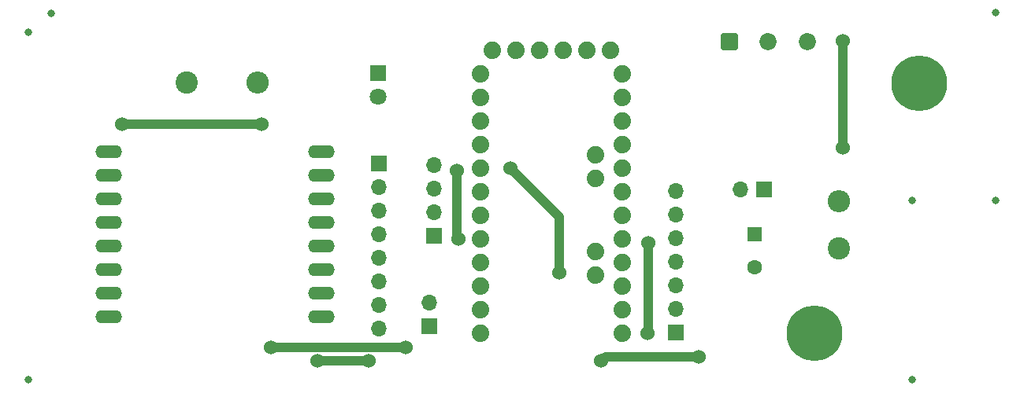
<source format=gbr>
%TF.GenerationSoftware,KiCad,Pcbnew,6.0.4-6f826c9f35~116~ubuntu20.04.1*%
%TF.CreationDate,2022-04-01T16:54:59+02:00*%
%TF.ProjectId,placaCANSAT_V3,706c6163-6143-4414-9e53-41545f56332e,rev?*%
%TF.SameCoordinates,Original*%
%TF.FileFunction,Copper,L1,Top*%
%TF.FilePolarity,Positive*%
%FSLAX46Y46*%
G04 Gerber Fmt 4.6, Leading zero omitted, Abs format (unit mm)*
G04 Created by KiCad (PCBNEW 6.0.4-6f826c9f35~116~ubuntu20.04.1) date 2022-04-01 16:54:59*
%MOMM*%
%LPD*%
G01*
G04 APERTURE LIST*
G04 Aperture macros list*
%AMRoundRect*
0 Rectangle with rounded corners*
0 $1 Rounding radius*
0 $2 $3 $4 $5 $6 $7 $8 $9 X,Y pos of 4 corners*
0 Add a 4 corners polygon primitive as box body*
4,1,4,$2,$3,$4,$5,$6,$7,$8,$9,$2,$3,0*
0 Add four circle primitives for the rounded corners*
1,1,$1+$1,$2,$3*
1,1,$1+$1,$4,$5*
1,1,$1+$1,$6,$7*
1,1,$1+$1,$8,$9*
0 Add four rect primitives between the rounded corners*
20,1,$1+$1,$2,$3,$4,$5,0*
20,1,$1+$1,$4,$5,$6,$7,0*
20,1,$1+$1,$6,$7,$8,$9,0*
20,1,$1+$1,$8,$9,$2,$3,0*%
G04 Aperture macros list end*
%TA.AperFunction,ComponentPad*%
%ADD10R,1.800000X1.800000*%
%TD*%
%TA.AperFunction,ComponentPad*%
%ADD11C,1.800000*%
%TD*%
%TA.AperFunction,ComponentPad*%
%ADD12R,1.700000X1.700000*%
%TD*%
%TA.AperFunction,ComponentPad*%
%ADD13O,1.700000X1.700000*%
%TD*%
%TA.AperFunction,ComponentPad*%
%ADD14O,2.844800X1.422400*%
%TD*%
%TA.AperFunction,ComponentPad*%
%ADD15C,2.400000*%
%TD*%
%TA.AperFunction,ComponentPad*%
%ADD16O,2.400000X2.400000*%
%TD*%
%TA.AperFunction,ComponentPad*%
%ADD17R,1.600000X1.600000*%
%TD*%
%TA.AperFunction,ComponentPad*%
%ADD18C,1.600000*%
%TD*%
%TA.AperFunction,ComponentPad*%
%ADD19C,1.879600*%
%TD*%
%TA.AperFunction,ComponentPad*%
%ADD20RoundRect,0.250000X-0.675000X-0.675000X0.675000X-0.675000X0.675000X0.675000X-0.675000X0.675000X0*%
%TD*%
%TA.AperFunction,ComponentPad*%
%ADD21C,1.850000*%
%TD*%
%TA.AperFunction,ViaPad*%
%ADD22C,0.800000*%
%TD*%
%TA.AperFunction,ViaPad*%
%ADD23C,6.000000*%
%TD*%
%TA.AperFunction,ViaPad*%
%ADD24C,1.524000*%
%TD*%
%TA.AperFunction,Conductor*%
%ADD25C,1.000000*%
%TD*%
G04 APERTURE END LIST*
D10*
%TO.P,D1,1,K*%
%TO.N,Net-(D1-Pad1)*%
X37600000Y-6500000D03*
D11*
%TO.P,D1,2,A*%
%TO.N,/LED*%
X37600000Y-9040000D03*
%TD*%
D12*
%TO.P,JP1,1,A*%
%TO.N,Net-(C1-Pad1)*%
X79100000Y-19000000D03*
D13*
%TO.P,JP1,2,B*%
%TO.N,3.3V*%
X76560000Y-19000000D03*
%TD*%
D14*
%TO.P,U2,P$1,5V*%
%TO.N,5V*%
X31560175Y-32680979D03*
%TO.P,U2,P$2,GND*%
%TO.N,GND*%
X31560175Y-30140979D03*
%TO.P,U2,P$3,IO12*%
%TO.N,unconnected-(U2-PadP$3)*%
X31560175Y-27600979D03*
%TO.P,U2,P$4,IO13*%
%TO.N,unconnected-(U2-PadP$4)*%
X31560175Y-25060979D03*
%TO.P,U2,P$5,IO15*%
%TO.N,unconnected-(U2-PadP$5)*%
X31560175Y-22520979D03*
%TO.P,U2,P$6,IO14*%
%TO.N,unconnected-(U2-PadP$6)*%
X31560175Y-19980979D03*
%TO.P,U2,P$7,IO2*%
%TO.N,unconnected-(U2-PadP$7)*%
X31560175Y-17440979D03*
%TO.P,U2,P$8,IO4*%
%TO.N,unconnected-(U2-PadP$8)*%
X31560175Y-14900979D03*
%TO.P,U2,P$9,.GND*%
%TO.N,unconnected-(U2-PadP$9)*%
X8700175Y-14900979D03*
%TO.P,U2,P$10,IO1/U0T*%
%TO.N,unconnected-(U2-PadP$10)*%
X8700175Y-17440979D03*
%TO.P,U2,P$11,IO3/U0R*%
%TO.N,/CAMARA*%
X8700175Y-19980979D03*
%TO.P,U2,P$12,3V3.*%
%TO.N,unconnected-(U2-PadP$12)*%
X8700175Y-22520979D03*
%TO.P,U2,P$13,GND.*%
%TO.N,unconnected-(U2-PadP$13)*%
X8700175Y-25060979D03*
%TO.P,U2,P$14,IO0*%
%TO.N,unconnected-(U2-PadP$14)*%
X8700175Y-27600979D03*
%TO.P,U2,P$15,IO16*%
%TO.N,unconnected-(U2-PadP$15)*%
X8700175Y-30140979D03*
%TO.P,U2,P$16,3V3*%
%TO.N,unconnected-(U2-PadP$16)*%
X8700175Y-32680979D03*
%TD*%
D15*
%TO.P,R1,1*%
%TO.N,Net-(D1-Pad1)*%
X17085000Y-7500000D03*
D16*
%TO.P,R1,2*%
%TO.N,GND*%
X24705000Y-7500000D03*
%TD*%
D12*
%TO.P,J4,1,Pin_1*%
%TO.N,/SDA_ACE*%
X43100000Y-33775000D03*
D13*
%TO.P,J4,2,Pin_2*%
%TO.N,/SCL_ACE*%
X43100000Y-31235000D03*
%TD*%
D17*
%TO.P,C1,1*%
%TO.N,Net-(C1-Pad1)*%
X78100000Y-23847349D03*
D18*
%TO.P,C1,2*%
%TO.N,GND*%
X78100000Y-27347349D03*
%TD*%
D15*
%TO.P,SW1,1,A*%
%TO.N,Net-(C1-Pad1)*%
X87169878Y-25366348D03*
D16*
%TO.P,SW1,2,B*%
%TO.N,3.7V*%
X87169878Y-20286348D03*
%TD*%
D12*
%TO.P,J2,1,Pin_1*%
%TO.N,GND*%
X69600000Y-34442476D03*
D13*
%TO.P,J2,2,Pin_2*%
%TO.N,/MOSI*%
X69600000Y-31902476D03*
%TO.P,J2,3,Pin_3*%
%TO.N,/MISO*%
X69600000Y-29362476D03*
%TO.P,J2,4,Pin_4*%
%TO.N,/SCK*%
X69600000Y-26822476D03*
%TO.P,J2,5,Pin_5*%
%TO.N,NSS*%
X69600000Y-24282476D03*
%TO.P,J2,6,Pin_6*%
%TO.N,DIO0*%
X69600000Y-21742476D03*
%TO.P,J2,7,Pin_7*%
%TO.N,3.3V*%
X69600000Y-19202476D03*
%TD*%
D12*
%TO.P,ACELEROMETRO,1,VCCIN*%
%TO.N,unconnected-(U3-Pad1)*%
X37680833Y-16234890D03*
D13*
%TO.P,ACELEROMETRO,2,3.3V*%
%TO.N,3.3V*%
X37680833Y-18774890D03*
%TO.P,ACELEROMETRO,3,GND*%
%TO.N,GND*%
X37680833Y-21314890D03*
%TO.P,ACELEROMETRO,4,SCL*%
%TO.N,/SCL_ACE*%
X37680833Y-23854890D03*
%TO.P,ACELEROMETRO,5,SDA*%
%TO.N,/SDA_ACE*%
X37680833Y-26394890D03*
%TO.P,ACELEROMETRO,6,FSYNC*%
%TO.N,unconnected-(U3-Pad6)*%
X37680833Y-28934890D03*
%TO.P,ACELEROMETRO,7,INTA*%
%TO.N,unconnected-(U3-Pad7)*%
X37680833Y-31474890D03*
%TO.P,ACELEROMETRO,8,DRDY*%
%TO.N,unconnected-(U3-Pad8)*%
X37680833Y-34014890D03*
%TD*%
D12*
%TO.P,GPS,1,GND*%
%TO.N,GND*%
X43600000Y-24040000D03*
D13*
%TO.P,GPS,2,TX*%
%TO.N,/GPS_TX*%
X43600000Y-21500000D03*
%TO.P,GPS,3,RX*%
%TO.N,/GPS_RX*%
X43600000Y-18960000D03*
%TO.P,GPS,4,VCC*%
%TO.N,3.3V*%
X43600000Y-16420000D03*
%TD*%
D19*
%TO.P,Arduino pro Mini,JP1_1,DTR*%
%TO.N,unconnected-(U1-PadJP1_1)*%
X62604119Y-4014597D03*
%TO.P,Arduino pro Mini,JP1_2,TXO*%
%TO.N,unconnected-(U1-PadJP1_2)*%
X60064119Y-4014597D03*
%TO.P,Arduino pro Mini,JP1_3,RXI*%
%TO.N,unconnected-(U1-PadJP1_3)*%
X57524119Y-4014597D03*
%TO.P,Arduino pro Mini,JP1_4,VCC*%
%TO.N,unconnected-(U1-PadJP1_4)*%
X54984119Y-4014597D03*
%TO.P,Arduino pro Mini,JP1_5,GND*%
%TO.N,GND*%
X52444119Y-4014597D03*
%TO.P,Arduino pro Mini,JP1_6,GND*%
X49904119Y-4014597D03*
%TO.P,Arduino pro Mini,JP2_1,A4*%
%TO.N,unconnected-(U1-PadJP2_1)*%
X60953119Y-17857597D03*
%TO.P,Arduino pro Mini,JP2_2,A5*%
%TO.N,unconnected-(U1-PadJP2_2)*%
X60953119Y-15317597D03*
%TO.P,Arduino pro Mini,JP3_1,A6*%
%TO.N,unconnected-(U1-PadJP3_1)*%
X60953119Y-28271597D03*
%TO.P,Arduino pro Mini,JP3_2,A7*%
%TO.N,unconnected-(U1-PadJP3_2)*%
X60953119Y-25731597D03*
%TO.P,Arduino pro Mini,JP6_1,RAW*%
%TO.N,unconnected-(U1-PadJP6_1)*%
X63874119Y-6554597D03*
%TO.P,Arduino pro Mini,JP6_2,GND_1*%
%TO.N,GND*%
X63874119Y-9094597D03*
%TO.P,Arduino pro Mini,JP6_3,RST_1*%
%TO.N,unconnected-(U1-PadJP6_3)*%
X63874119Y-11634597D03*
%TO.P,Arduino pro Mini,JP6_4,VCC_1*%
%TO.N,3.3V*%
X63874119Y-14174597D03*
%TO.P,Arduino pro Mini,JP6_5,A3*%
%TO.N,unconnected-(U1-PadJP6_5)*%
X63874119Y-16714597D03*
%TO.P,Arduino pro Mini,JP6_6,A2*%
%TO.N,unconnected-(U1-PadJP6_6)*%
X63874119Y-19254597D03*
%TO.P,Arduino pro Mini,JP6_7,A1*%
%TO.N,unconnected-(U1-PadJP6_7)*%
X63874119Y-21794597D03*
%TO.P,Arduino pro Mini,JP6_8,A0*%
%TO.N,unconnected-(U1-PadJP6_8)*%
X63874119Y-24334597D03*
%TO.P,Arduino pro Mini,JP6_9,SCK*%
%TO.N,/SCK*%
X63874119Y-26874597D03*
%TO.P,Arduino pro Mini,JP6_10,MISO*%
%TO.N,/MISO*%
X63874119Y-29414597D03*
%TO.P,Arduino pro Mini,JP6_11,MOSI*%
%TO.N,/MOSI*%
X63874119Y-31954597D03*
%TO.P,Arduino pro Mini,JP6_12,D10*%
%TO.N,NSS*%
X63874119Y-34494597D03*
%TO.P,Arduino pro Mini,JP7_1,D9*%
%TO.N,unconnected-(U1-PadJP7_1)*%
X48634119Y-34494597D03*
%TO.P,Arduino pro Mini,JP7_2,D8*%
%TO.N,unconnected-(U1-PadJP7_2)*%
X48634119Y-31954597D03*
%TO.P,Arduino pro Mini,JP7_3,D7*%
%TO.N,unconnected-(U1-PadJP7_3)*%
X48634119Y-29414597D03*
%TO.P,Arduino pro Mini,JP7_4,D6*%
%TO.N,/CAMARA*%
X48634119Y-26874597D03*
%TO.P,Arduino pro Mini,JP7_5,D5*%
%TO.N,/LED*%
X48634119Y-24334597D03*
%TO.P,Arduino pro Mini,JP7_6,D4*%
%TO.N,/GPS_TX*%
X48634119Y-21794597D03*
%TO.P,Arduino pro Mini,JP7_7,D3*%
%TO.N,/GPS_RX*%
X48634119Y-19254597D03*
%TO.P,Arduino pro Mini,JP7_8,D2*%
%TO.N,DIO0*%
X48634119Y-16714597D03*
%TO.P,Arduino pro Mini,JP7_9,GND_2*%
%TO.N,GND*%
X48634119Y-14174597D03*
%TO.P,Arduino pro Mini,JP7_10,RST_2*%
%TO.N,unconnected-(U1-PadJP7_10)*%
X48634119Y-11634597D03*
%TO.P,Arduino pro Mini,JP7_11,RXI_2*%
%TO.N,unconnected-(U1-PadJP7_11)*%
X48634119Y-9094597D03*
%TO.P,Arduino pro Mini,JP7_12,TXO_2*%
%TO.N,unconnected-(U1-PadJP7_12)*%
X48634119Y-6554597D03*
%TD*%
D20*
%TO.P,Carg1,1,Pin_1*%
%TO.N,GND*%
X75346624Y-3091166D03*
D21*
%TO.P,Carg1,2,Pin_2*%
%TO.N,5V*%
X79546624Y-3091166D03*
%TO.P,Carg1,3,Pin_3*%
%TO.N,Net-(C1-Pad1)*%
X83746624Y-3091166D03*
%TD*%
D22*
%TO.N,*%
X2448493Y2549D03*
X95038554Y-39513053D03*
X94990328Y-20168303D03*
X104032829Y-20154907D03*
X0Y-2040000D03*
X104006037Y17734D03*
D23*
X95750000Y-7570000D03*
X84500000Y-34530000D03*
D22*
X0Y-39523120D03*
D24*
%TO.N,Net-(C1-Pad1)*%
X87600000Y-3000000D03*
X87600000Y-14500000D03*
%TO.N,/LED*%
X46265403Y-24334597D03*
X46100000Y-17000000D03*
%TO.N,/CAMARA*%
X40600000Y-36000000D03*
X26100000Y-36000000D03*
%TO.N,3.3V*%
X36600000Y-37500000D03*
X10100000Y-12000000D03*
X25100000Y-12000000D03*
X31100000Y-37500000D03*
%TO.N,NSS*%
X66594597Y-34494597D03*
X66645075Y-24781242D03*
%TO.N,DIO0*%
X57100000Y-28000000D03*
X72100000Y-37000000D03*
X51814597Y-16714597D03*
X61600000Y-37500000D03*
%TD*%
D25*
%TO.N,Net-(C1-Pad1)*%
X87600000Y-3000000D02*
X87600000Y-14500000D01*
%TO.N,/LED*%
X46100000Y-17000000D02*
X46100000Y-24169194D01*
X46100000Y-24169194D02*
X46265403Y-24334597D01*
%TO.N,/CAMARA*%
X26100000Y-36000000D02*
X40600000Y-36000000D01*
%TO.N,3.3V*%
X25100000Y-12000000D02*
X10100000Y-12000000D01*
X36600000Y-37500000D02*
X31100000Y-37500000D01*
%TO.N,NSS*%
X66645075Y-34444119D02*
X66594597Y-34494597D01*
X66645075Y-24781242D02*
X66645075Y-34444119D01*
%TO.N,DIO0*%
X51814597Y-16714597D02*
X57100000Y-22000000D01*
X72100000Y-37000000D02*
X62100000Y-37000000D01*
X62100000Y-37000000D02*
X61600000Y-37500000D01*
X57100000Y-22000000D02*
X57100000Y-28000000D01*
%TD*%
M02*

</source>
